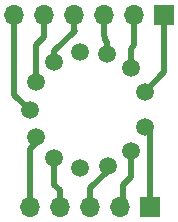
<source format=gbr>
%TF.GenerationSoftware,KiCad,Pcbnew,8.0.3*%
%TF.CreationDate,2024-07-18T23:11:51+02:00*%
%TF.ProjectId,Z570M_patice,5a353730-4d5f-4706-9174-6963652e6b69,rev?*%
%TF.SameCoordinates,Original*%
%TF.FileFunction,Copper,L1,Top*%
%TF.FilePolarity,Positive*%
%FSLAX46Y46*%
G04 Gerber Fmt 4.6, Leading zero omitted, Abs format (unit mm)*
G04 Created by KiCad (PCBNEW 8.0.3) date 2024-07-18 23:11:51*
%MOMM*%
%LPD*%
G01*
G04 APERTURE LIST*
%TA.AperFunction,ComponentPad*%
%ADD10R,1.700000X1.700000*%
%TD*%
%TA.AperFunction,ComponentPad*%
%ADD11O,1.700000X1.700000*%
%TD*%
%TA.AperFunction,ComponentPad*%
%ADD12C,1.500000*%
%TD*%
%TA.AperFunction,Conductor*%
%ADD13C,0.500000*%
%TD*%
G04 APERTURE END LIST*
D10*
%TO.P,J3,1,Pin_1*%
%TO.N,Net-(J3-Pin_1)*%
X160125000Y-108150000D03*
D11*
%TO.P,J3,2,Pin_2*%
%TO.N,Net-(J3-Pin_2)*%
X157585000Y-108150000D03*
%TO.P,J3,3,Pin_3*%
%TO.N,Net-(J3-Pin_3)*%
X155045000Y-108150000D03*
%TO.P,J3,4,Pin_4*%
%TO.N,Net-(J3-Pin_4)*%
X152505000Y-108150000D03*
%TO.P,J3,5,Pin_5*%
%TO.N,Net-(J3-Pin_5)*%
X149965000Y-108150000D03*
%TD*%
D10*
%TO.P,J1,1,Pin_1*%
%TO.N,Net-(J1-Pin_1)*%
X161350000Y-91950000D03*
D11*
%TO.P,J1,2,Pin_2*%
%TO.N,Net-(J1-Pin_2)*%
X158810000Y-91950000D03*
%TO.P,J1,3,Pin_3*%
%TO.N,Net-(J1-Pin_3)*%
X156270000Y-91950000D03*
%TO.P,J1,4,Pin_4*%
%TO.N,Net-(J1-Pin_4)*%
X153730000Y-91950000D03*
%TO.P,J1,5,Pin_5*%
%TO.N,Net-(J1-Pin_5)*%
X151190000Y-91950000D03*
%TO.P,J1,6,Pin_6*%
%TO.N,Net-(J1-Pin_6)*%
X148650000Y-91950000D03*
%TD*%
D12*
%TO.P,U1,1,1*%
%TO.N,Net-(J1-Pin_1)*%
X159690000Y-98430000D03*
%TO.P,U1,2,2*%
%TO.N,Net-(J1-Pin_2)*%
X158530000Y-96410000D03*
%TO.P,U1,3,3*%
%TO.N,Net-(J1-Pin_3)*%
X156500000Y-95210000D03*
%TO.P,U1,4,NC*%
%TO.N,unconnected-(U1-NC-Pad4)*%
X154180000Y-95020000D03*
%TO.P,U1,5,4*%
%TO.N,Net-(J1-Pin_4)*%
X152050000Y-95860000D03*
%TO.P,U1,6,5*%
%TO.N,Net-(J1-Pin_5)*%
X150520000Y-97600000D03*
%TO.P,U1,7,6*%
%TO.N,Net-(J1-Pin_6)*%
X149940639Y-99950000D03*
%TO.P,U1,8,7*%
%TO.N,Net-(J3-Pin_5)*%
X150500000Y-102230000D03*
%TO.P,U1,9,8*%
%TO.N,Net-(J3-Pin_4)*%
X152040000Y-104020000D03*
%TO.P,U1,10,NC*%
%TO.N,unconnected-(U1-NC-Pad10)*%
X154210000Y-104890000D03*
%TO.P,U1,11,9*%
%TO.N,Net-(J3-Pin_3)*%
X156560000Y-104700000D03*
%TO.P,U1,12,0*%
%TO.N,Net-(J3-Pin_2)*%
X158530000Y-103460000D03*
%TO.P,U1,13,Anode*%
%TO.N,Net-(J3-Pin_1)*%
X159740000Y-101420000D03*
%TD*%
D13*
%TO.N,Net-(J3-Pin_1)*%
X160125000Y-101805000D02*
X159740000Y-101420000D01*
X160125000Y-108150000D02*
X160125000Y-101805000D01*
%TO.N,Net-(J3-Pin_2)*%
X157860000Y-106340000D02*
X158530000Y-105670000D01*
X158530000Y-105670000D02*
X158530000Y-103460000D01*
X157585000Y-108150000D02*
X157860000Y-107875000D01*
X157860000Y-107875000D02*
X157860000Y-106340000D01*
%TO.N,Net-(J3-Pin_3)*%
X156560000Y-105090000D02*
X156560000Y-104700000D01*
X155045000Y-106605000D02*
X156560000Y-105090000D01*
X155045000Y-108150000D02*
X155045000Y-106605000D01*
%TO.N,Net-(J3-Pin_4)*%
X152505000Y-106755000D02*
X152040000Y-106290000D01*
X152505000Y-108150000D02*
X152505000Y-106755000D01*
X152040000Y-106290000D02*
X152040000Y-104020000D01*
%TO.N,Net-(J3-Pin_5)*%
X149965000Y-103285000D02*
X149965000Y-108150000D01*
X150500000Y-102750000D02*
X149965000Y-103285000D01*
X150500000Y-102230000D02*
X150500000Y-102750000D01*
%TO.N,Net-(J1-Pin_6)*%
X148650000Y-98659361D02*
X148650000Y-91950000D01*
X149940639Y-99950000D02*
X148650000Y-98659361D01*
%TO.N,Net-(J1-Pin_5)*%
X151190000Y-93740000D02*
X151190000Y-91950000D01*
X151200000Y-93750000D02*
X151190000Y-93740000D01*
X150520000Y-94430000D02*
X151200000Y-93750000D01*
X150520000Y-97600000D02*
X150520000Y-94430000D01*
%TO.N,Net-(J1-Pin_4)*%
X153750000Y-93300000D02*
X153730000Y-93280000D01*
X152050000Y-95000000D02*
X153750000Y-93300000D01*
X153730000Y-93280000D02*
X153730000Y-91950000D01*
X152050000Y-95860000D02*
X152050000Y-95000000D01*
%TO.N,Net-(J1-Pin_3)*%
X156270000Y-93720000D02*
X156270000Y-91950000D01*
X156300000Y-93750000D02*
X156270000Y-93720000D01*
X156300000Y-94050000D02*
X156300000Y-93750000D01*
X156500000Y-94250000D02*
X156300000Y-94050000D01*
X156500000Y-95210000D02*
X156500000Y-94250000D01*
%TO.N,Net-(J1-Pin_2)*%
X158810000Y-94490000D02*
X158810000Y-91950000D01*
X158530000Y-94770000D02*
X158810000Y-94490000D01*
X158530000Y-96410000D02*
X158530000Y-94770000D01*
%TO.N,Net-(J1-Pin_1)*%
X161350000Y-96770000D02*
X161350000Y-91950000D01*
X159690000Y-98430000D02*
X161350000Y-96770000D01*
%TD*%
M02*

</source>
